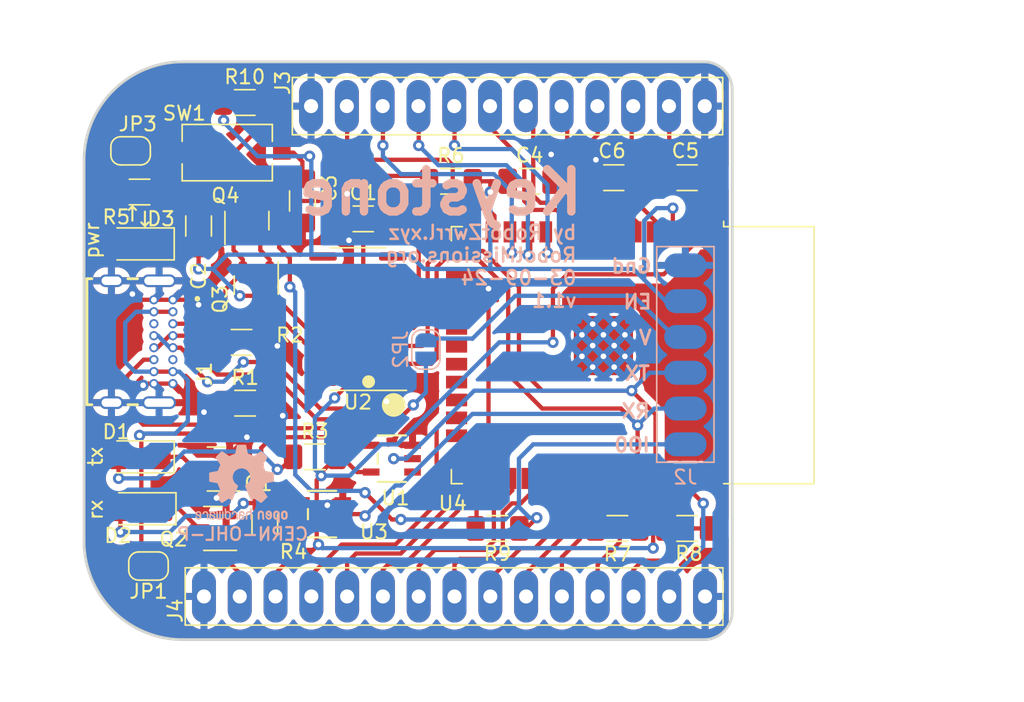
<source format=kicad_pcb>
(kicad_pcb (version 20240108) (generator "pcbnew") (generator_version "8.0")
  (layers (0 "F.Cu" signal) (31 "B.Cu" signal) (34 "B.Paste" user) (35 "F.Paste" user) (36 "B.SilkS" user "B.Silkscreen") (37 "F.SilkS" user "F.Silkscreen") (38 "B.Mask" user) (39 "F.Mask" user) (44 "Edge.Cuts" user))
  (net 0 "")
  (net 1 "Net-(U2-V3)")
  (net 2 "GND")
  (net 3 "VCC")
  (net 4 "Net-(J2-Pin_4)")
  (net 5 "Net-(D1-K)")
  (net 6 "Net-(D1-A)")
  (net 7 "Net-(D2-K)")
  (net 8 "Net-(D2-A)")
  (net 9 "VBUS")
  (net 10 "Net-(J1-CC1)")
  (net 11 "Net-(J1-DP1)")
  (net 12 "Net-(J1-DN1)")
  (net 14 "Net-(J1-CC2)")
  (net 16 "/IO0")
  (net 17 "/RX")
  (net 18 "/TX")
  (net 19 "/DTR")
  (net 20 "/RTS")
  (net 21 "Net-(U4-IO0)")
  (net 29 "/IO36")
  (net 30 "/IO39")
  (net 31 "/IO34")
  (net 32 "/IO35")
  (net 33 "/IO32")
  (net 34 "/IO33")
  (net 35 "/IO25")
  (net 36 "/IO26")
  (net 37 "/IO27")
  (net 38 "/IO14")
  (net 40 "/IO13")
  (net 47 "/IO15")
  (net 49 "/IO4")
  (net 50 "/IO16")
  (net 51 "/IO17")
  (net 52 "/IO5")
  (net 53 "/IO18")
  (net 54 "/IO19")
  (net 56 "/IO21")
  (net 57 "/IO22")
  (net 58 "/IO23")
  (net 59 "Net-(D3-A)")
  (net 60 "Net-(JP3-B)")
  (net 63 "Net-(Q1-G)")
  (net 64 "Net-(Q2-G)")
  (net 65 "/EN")
  (footprint "Resistor_SMD:R_1206_3216Metric_Pad1.30x1.75mm_HandSolder" (layer "F.Cu") (at 205.74 107.95)
    (property "Reference" "R9")
    (property "Value" "10k")
  )
  (footprint "Resistor_SMD:R_1206_3216Metric_Pad1.30x1.75mm_HandSolder" (layer "F.Cu") (at 192.786 102.87)
    (property "Reference" "R3")
    (property "Value" "1k")
  )
  (footprint "!RobotButterfly:Oval_1x12_P2.54mm" (layer "F.Cu") (at 220.452 77.978 -90)
    (property "Reference" "J3")
    (property "Value" "Conn_01x12_Socket")
  )
  (footprint "Package_SO:SOIC-16_3.9x9.9mm_P1.27mm" (layer "F.Cu") (at 195.834 93.091 180)
    (property "Reference" "U2")
    (property "Value" "CH340C")
  )
  (footprint "Button_Switch_SMD:SW_Tactile_SPST_NO_Straight_CK_PTS636Sx25SMTRLFS" (layer "F.Cu") (at 186.563 81.28)
    (property "Reference" "SW1")
    (property "Value" "SW_Push")
  )
  (footprint "!EK_Library:USBC_TH_2" (layer "F.Cu") (at 178.346 94.698 -90)
    (property "Reference" "J1")
    (property "Value" "USBC_TH_2")
  )
  (footprint "Capacitor_SMD:C_1206_3216Metric_Pad1.33x1.80mm_HandSolder" (layer "F.Cu") (at 196.215 85.979)
    (property "Reference" "C1")
    (property "Value" "0.1 uF")
  )
  (footprint "Jumper:SolderJumper-2_P1.3mm_Bridged_RoundedPad1.0x1.5mm" (layer "F.Cu") (at 179.705 81.153)
    (property "Reference" "JP3")
    (property "Value" "SolderJumper_2_Bridged")
  )
  (footprint "Resistor_SMD:R_1206_3216Metric_Pad1.30x1.75mm_HandSolder" (layer "F.Cu") (at 187.807 77.724)
    (property "Reference" "R10")
    (property "Value" "10k")
  )
  (footprint "!EK_Library:SN74AHC1G14DBVR" (layer "F.Cu") (at 193.294 106.934 180)
    (property "Reference" "U3")
    (property "Value" "SN74AHC1G14DBVR")
  )
  (footprint "Resistor_SMD:R_1206_3216Metric_Pad1.30x1.75mm_HandSolder" (layer "F.Cu") (at 189.23 107.696 -90)
    (property "Reference" "R4")
    (property "Value" "1k")
  )
  (footprint "Fiducial:Fiducial_1mm_Mask2mm" (layer "F.Cu") (at 183.515 76.581)
    (property "Reference" "FID2" (hide yes))
    (property "Value" "Fiducial")
  )
  (footprint "Fiducial:Fiducial_1mm_Mask2mm" (layer "F.Cu") (at 200.533 85.725)
    (property "Reference" "FID4" (hide yes))
    (property "Value" "Fiducial")
  )
  (footprint "Package_TO_SOT_SMD:SOT-23" (layer "F.Cu") (at 187.96 86.106 90)
    (property "Reference" "Q4")
    (property "Value" "AO3400A")
  )
  (footprint "Capacitor_SMD:C_1206_3216Metric_Pad1.33x1.80mm_HandSolder" (layer "F.Cu") (at 191.897 84.709 90)
    (property "Reference" "C3")
    (property "Value" "4.7 uF")
  )
  (footprint "Resistor_SMD:R_1206_3216Metric_Pad1.30x1.75mm_HandSolder" (layer "F.Cu") (at 202.438 83.312)
    (property "Reference" "R6")
    (property "Value" "10k")
  )
  (footprint "Fiducial:Fiducial_1mm_Mask2mm" (layer "F.Cu") (at 180.721 77.343)
    (property "Reference" "FID1" (hide yes))
    (property "Value" "Fiducial")
  )
  (footprint "!RobotButterfly:Oval_1x15_P2.54mm" (layer "F.Cu") (at 220.472 112.776 -90)
    (property "Reference" "J4")
    (property "Value" "Conn_01x15_Socket")
  )
  (footprint "Fiducial:Fiducial_1mm_Mask2mm" (layer "F.Cu") (at 194.183 81.661)
    (property "Reference" "FID3" (hide yes))
    (property "Value" "Fiducial")
  )
  (footprint "Capacitor_SMD:C_1206_3216Metric_Pad1.33x1.80mm_HandSolder" (layer "F.Cu") (at 213.995 83.058 180)
    (property "Reference" "C6")
    (property "Value" "0.1 uF")
  )
  (footprint "Resistor_SMD:R_1206_3216Metric_Pad1.30x1.75mm_HandSolder" (layer "F.Cu") (at 187.833 99.06)
    (property "Reference" "R1")
    (property "Value" "5.1k")
  )
  (footprint "Resistor_SMD:R_1206_3216Metric_Pad1.30x1.75mm_HandSolder" (layer "F.Cu") (at 214.249 107.95 180)
    (property "Reference" "R7")
    (property "Value" "4.7k")
  )
  (footprint "Package_TO_SOT_SMD:SOT-23" (layer "F.Cu") (at 188.6204 90.678 -90)
    (property "Reference" "Q3")
    (property "Value" "AO3400A")
  )
  (footprint "Capacitor_SMD:C_1206_3216Metric_Pad1.33x1.80mm_HandSolder" (layer "F.Cu") (at 184.531 86.487 90)
    (property "Reference" "C2")
    (property "Value" "1 uF")
  )
  (footprint "Resistor_SMD:R_1206_3216Metric_Pad1.30x1.75mm_HandSolder" (layer "F.Cu") (at 187.579 94.742)
    (property "Reference" "R2")
    (property "Value" "5.1k")
  )
  (footprint "LED_SMD:LED_1206_3216Metric_Pad1.42x1.75mm_HandSolder" (layer "F.Cu") (at 180.34 87.757 180)
    (property "Reference" "D3")
    (property "Value" "LED")
  )
  (footprint "Resistor_SMD:R_1206_3216Metric_Pad1.30x1.75mm_HandSolder" (layer "F.Cu") (at 219.202 107.95)
    (property "Reference" "R8")
    (property "Value" "4.7k")
  )
  (footprint "Package_TO_SOT_SMD:SOT-23" (layer "F.Cu") (at 185.547 107.95 180)
    (property "Reference" "Q2")
    (property "Value" "BSS138")
  )
  (footprint "RF_Module:ESP32-WROOM-32" (layer "F.Cu") (at 212.349 95.653 -90)
    (property "Reference" "U4")
    (property "Value" "ESP32-WROOM-32")
  )
  (footprint "Jumper:SolderJumper-2_P1.3mm_Bridged_RoundedPad1.0x1.5mm" (layer "F.Cu") (at 180.975 110.617 180)
    (property "Reference" "JP1")
    (property "Value" "SolderJumper_2_Bridged")
  )
  (footprint "!EK_Library:SN74AHC1G14DBVR" (layer "F.Cu") (at 198.247 102.997 180)
    (property "Reference" "U1")
    (property "Value" "SN74AHC1G14DBVR")
  )
  (footprint "Resistor_SMD:R_1206_3216Metric_Pad1.30x1.75mm_HandSolder" (layer "F.Cu") (at 180.34 84.074)
    (property "Reference" "R5")
    (property "Value" "1k")
  )
  (footprint "Package_TO_SOT_SMD:SOT-23" (layer "F.Cu") (at 185.801 103.7336 180)
    (property "Reference" "Q1")
    (property "Value" "BSS138")
  )
  (footprint "Capacitor_SMD:C_1206_3216Metric_Pad1.33x1.80mm_HandSolder" (layer "F.Cu") (at 219.202 83.058)
    (property "Reference" "C5")
    (property "Value" "22 uF")
  )
  (footprint "Capacitor_SMD:C_1206_3216Metric_Pad1.33x1.80mm_HandSolder" (layer "F.Cu") (at 208.026 83.312)
    (property "Reference" "C4")
    (property "Value" "0.1 uF")
  )
  (footprint "LED_SMD:LED_1206_3216Metric_Pad1.42x1.75mm_HandSolder" (layer "F.Cu") (at 180.467 106.553 180)
    (property "Reference" "D2")
    (property "Value" "LED")
  )
  (footprint "LED_SMD:LED_1206_3216Metric_Pad1.42x1.75mm_HandSolder" (layer "F.Cu") (at 180.34 102.87 180)
    (property "Reference" "D1")
    (property "Value" "LED")
  )
  (footprint "Connector_PinHeader_2.54mm:PinHeader_1x06_P2.54mm_Vertical" (layer "B.Cu") (at 219.075 101.981)
    (property "Reference" "J2")
    (property "Value" "Conn_01x06_Socket")
  )
  (footprint "Jumper:SolderJumper-2_P1.3mm_Open_RoundedPad1.0x1.5mm" (layer "B.Cu") (at 200.66 95.25 -90)
    (property "Reference" "JP2")
    (property "Value" "SolderJumper_2_Open")
  )
  (footprint "Symbol:OSHW-Logo2_7.3x6mm_SilkScreen" (layer "B.Cu") (at 187.579 104.775 180)
    (property "Reference" "REF**" (hide yes))
    (property "Value" "OSHW-Logo2_7.3x6mm_SilkScreen" (hide yes))
  )
  (gr_line (start 179.832 85.09) (end 179.578 85.344) (stroke (width 0.15)) (layer "F.SilkS"))
  (gr_line (start 180.721 86.487) (end 180.975 86.233) (stroke (width 0.15)) (layer "F.SilkS"))
  (gr_circle (center 196.596 97.536) (end 196.977 97.536) (stroke (width 0.15)) (fill solid) (layer "F.SilkS"))
  (gr_line (start 180.721 85.471) (end 180.721 86.487) (stroke (width 0.15)) (layer "F.SilkS"))
  (gr_line (start 180.721 86.487) (end 180.467 86.233) (stroke (width 0.15)) (layer "F.SilkS"))
  (gr_line (start 179.832 85.09) (end 180.086 85.344) (stroke (width 0.15)) (layer "F.SilkS"))
  (gr_line (start 179.832 86.106) (end 179.832 85.09) (stroke (width 0.15)) (layer "F.SilkS"))
  (gr_circle (center 198.374 99.187) (end 199.136 99.187) (stroke (width 0.15)) (fill solid) (layer "F.SilkS"))
  (gr_arc (start 176.403 81.839004) (mid 178.453253 76.889255) (end 183.403002 74.839002) (stroke (width 0.2)) (layer "Edge.Cuts"))
  (gr_line (start 183.403002 115.839002) (end 220.403 115.839002) (stroke (width 0.2)) (layer "Edge.Cuts"))
  (gr_line (start 222.403 113.839002) (end 222.403 76.839002) (stroke (width 0.2)) (layer "Edge.Cuts"))
  (gr_line (start 176.403 81.839004) (end 176.403 108.839) (stroke (width 0.2)) (layer "Edge.Cuts"))
  (gr_line (start 220.403 74.839002) (end 183.403002 74.839002) (stroke (width 0.2)) (layer "Edge.Cuts"))
  (gr_arc (start 220.403 74.839002) (mid 221.817214 75.424788) (end 222.403 76.839002) (stroke (width 0.2)) (layer "Edge.Cuts"))
  (gr_arc (start 183.403002 115.839002) (mid 178.453253 113.788749) (end 176.403 108.839) (stroke (width 0.2)) (layer "Edge.Cuts"))
  (gr_arc (start 222.403 113.839002) (mid 221.817214 115.253216) (end 220.403 115.839002) (stroke (width 0.2)) (layer "Edge.Cuts"))
  (gr_text "CERN-OHL-P" (at 192.405 107.823 0) (layer "B.SilkS") (effects (font (size 0.9 0.9) (thickness 0.1625)) (justify left top mirror)))
  (gr_text "V" (at 216.789 94.996 0) (layer "B.SilkS") (effects (font (size 1 1) (thickness 0.2) (bold yes)) (justify left bottom mirror)))
  (gr_text "RX" (at 216.662 100.203 0) (layer "B.SilkS") (effects (font (size 1 1) (thickness 0.2) (bold yes)) (justify left bottom mirror)))
  (gr_text "IO0" (at 216.662 102.616 0) (layer "B.SilkS") (effects (font (size 1 1) (thickness 0.2) (bold yes)) (justify left bottom mirror)))
  (gr_text "EN" (at 216.789 92.456 0) (layer "B.SilkS") (effects (font (size 1 1) (thickness 0.2) (bold yes)) (justify left bottom mirror)))
  (gr_text "Keystone" (at 212.09 85.852 0) (layer "B.SilkS") (effects (font (size 3 3) (thickness 0.6) (bold yes)) (justify left bottom mirror)))
  (gr_text "TX" (at 216.662 97.536 0) (layer "B.SilkS") (effects (font (size 1 1) (thickness 0.2) (bold yes)) (justify left bottom mirror)))
  (gr_text "by RobotZwrrl.xyz\nRobotMissions.org\n03-09-24\nv1.1" (at 211.455 86.36 0) (layer "B.SilkS") (effects (font (size 1 1) (thickness 0.18) (bold yes)) (justify left top mirror)))
  (gr_text "Gnd" (at 216.789 89.916 0) (layer "B.SilkS") (effects (font (size 1 1) (thickness 0.2) (bold yes)) (justify left bottom mirror)))
  (gr_text "tx" (at 177.8 103.632 90) (layer "F.SilkS") (effects (font (size 1 1)) (justify left bottom)))
  (gr_text "pwr" (at 177.546 88.9 90) (layer "F.SilkS") (effects (font (size 1 1)) (justify left bottom)))
  (gr_text "rx" (at 177.8 107.442 90) (layer "F.SilkS") (effects (font (size 1 1)) (justify left bottom)))
  (segment (start 200.152 87.376) (end 200.152 93.345) (width 0.3048) (layer "F.Cu") (net 1))
  (segment (start 198.755 85.979) (end 200.152 87.376) (width 0.3048) (layer "F.Cu") (net 1))
  (segment (start 197.7775 85.979) (end 198.755 85.979) (width 0.3048) (layer "F.Cu") (net 1))
  (segment (start 200.152 93.345) (end 199.771 93.726) (width 0.3048) (layer "F.Cu") (net 1))
  (segment (start 199.771 93.726) (end 198.309 93.726) (width 0.3048) (layer "F.Cu") (net 1))
  (segment (start 180.711 97.673) (end 180.594 97.79) (width 0.3048) (layer "F.Cu") (net 2))
  (segment (start 184.179 91.723) (end 184.531 92.075) (width 0.3048) (layer "F.Cu") (net 2))
  (segment (start 193.6654 106.299) (end 193.802 106.299) (width 0.3048) (layer "F.Cu") (net 2))
  (segment (start 184.785 99.695) (end 184.912 99.695) (width 0.3048) (layer "F.Cu") (net 2))
  (segment (start 194.6525 86.9565) (end 195.199 87.503) (width 0.3048) (layer "F.Cu") (net 2))
  (segment (start 181.356 97.673) (end 180.711 97.673) (width 0.3048) (layer "F.Cu") (net 2))
  (segment (start 209.5885 83.312) (end 209.5885 81.4455) (width 0.3048) (layer "F.Cu") (net 2))
  (segment (start 182.706 91.723) (end 184.179 91.723) (width 0.3048) (layer "F.Cu") (net 2))
  (segment (start 204.116 89.943) (end 203.006 89.943) (width 0.3048) (layer "F.Cu") (net 2))
  (segment (start 186.7385 102.7836) (end 186.7385 102.6945) (width 0.3048) (layer "F.Cu") (net 2))
  (segment (start 198.309 97.536) (end 197.866 97.979) (width 0.3048) (layer "F.Cu") (net 2))
  (segment (start 209.5885 81.4455) (end 209.55 81.407) (width 0.3048) (layer "F.Cu") (net 2))
  (segment (start 194.117001 105.983999) (end 194.76085 105.983999) (width 0.3048) (layer "F.Cu") (net 2))
  (segment (start 189.611 99.06) (end 189.383 99.06) (width 0.3048) (layer "F.Cu") (net 2))
  (segment (start 181.356 97.673) (end 182.706 97.673) (width 0.3048) (layer "F.Cu") (net 2))
  (segment (start 186.4845 106.4745) (end 185.801 105.791) (width 0.3048) (layer "F.Cu") (net 2))
  (segment (start 205.105 90.932) (end 204.116 89.943) (width 0.3048) (layer "F.Cu") (net 2))
  (segment (start 181.356 91.723) (end 180.242 91.723) (width 0.3048) (layer "F.Cu") (net 2))
  (segment (start 190.5 99.949) (end 189.611 99.06) (width 0.3048) (layer "F.Cu") (net 2))
  (segment (start 194.6525 84.6205) (end 195.072 84.201) (width 0.3048) (layer "F.Cu") (net 2))
  (segment (start 180.242 91.723) (end 179.832 91.313) (width 0.3048) (layer "F.Cu") (net 2))
  (segment (start 194.6525 85.979) (end 194.6525 84.6205) (width 0.3048) (layer "F.Cu") (net 2))
  (segment (start 184.728 99.695) (end 182.706 97.673) (width 0.3048) (layer "F.Cu") (net 2))
  (segment (start 186.4845 107) (end 186.4845 106.4745) (width 0.3048) (layer "F.Cu") (net 2))
  (segment (start 189.865 94.742) (end 190.119 94.996) (width 0.3048) (layer "F.Cu") (net 2))
  (segment (start 184.912 99.695) (end 184.728 99.695) (width 0.3048) (layer "F.Cu") (net 2))
  (segment (start 212.725 81.788) (end 212.725 82.119) (width 0.3048) (layer "F.Cu") (net 2))
  (segment (start 194.6525 85.979) (end 194.6525 86.9565) (width 0.3048) (layer "F.Cu") (net 2))
  (segment (start 212.725 82.119) (end 212.4325 82.4115) (width 0.3048) (layer "F.Cu") (net 2))
  (segment (start 212.4325 82.4115) (end 212.4325 83.058) (width 0.3048) (layer "F.Cu") (net 2))
  (segment (start 186.7385 102.6945) (end 187.96 101.473) (width 0.3048) (layer "F.Cu") (net 2))
  (segment (start 189.129 94.742) (end 189.865 94.742) (width 0.3048) (layer "F.Cu") (net 2))
  (segment (start 181.356 91.723) (end 182.706 91.723) (width 0.3048) (layer "F.Cu") (net 2))
  (segment (start 197.866 97.979) (end 197.866 98.933) (width 0.3048) (layer "F.Cu") (net 2))
  (segment (start 193.802 106.299) (end 194.117001 105.983999) (width 0.3048) (layer "F.Cu") (net 2))
  (via (at 187.96 101.473) (size 0.8) (drill 0.4) (layers "F.Cu" "B.Cu") (net 2))
  (via (at 195.072 84.201) (size 0.8) (drill 0.4) (layers "F.Cu" "B.Cu") (net 2))
  (via (at 193.6654 106.299) (size 0.8) (drill 0.4) (layers "F.Cu" "B.Cu") (net 2))
  (via (at 195.199 87.503) (size 0.8) (drill 0.4) (layers "F.Cu" "B.Cu") (net 2))
  (via (at 190.119 94.996) (size 0.8) (drill 0.4) (layers "F.Cu" "B.Cu") (net 2))
  (via (at 184.912 99.695) (size 0.8) (drill 0.4) (layers "F.Cu" "B.Cu") (net 2))
  (via (at 184.531 92.075) (size 0.8) (drill 0.4) (layers "F.Cu" "B.Cu") (net 2))
  (via (at 212.725 81.788) (size 0.8) (drill 0.4) (layers "F.Cu" "B.Cu") (net 2))
  (via (at 180.594 97.79) (size 0.8) (drill 0.4) (layers "F.Cu" "B.Cu") (net 2))
  (via (at 209.55 81.407) (size 0.8) (drill 0.4) (layers "F.Cu" "B.Cu") (net 2))
  (via (at 197.866 98.933) (size 0.8) (drill 0.4) (layers "F.Cu" "B.Cu") (net 2))
  (via (at 205.105 90.932) (size 0.8) (drill 0.4) (layers "F.Cu" "B.Cu") (net 2))
  (via (at 185.801 105.791) (size 0.8) (drill 0.4) (layers "F.Cu" "B.Cu") (net 2))
  (via (at 179.832 91.313) (size 0.8) (drill 0.4) (layers "F.Cu" "B.Cu") (net 2))
  (via (at 190.5 99.949) (size 0.8) (drill 0.4) (layers "F.Cu" "B.Cu") (net 2))
  (segment (start 195.199 97.663) (end 195.199 97.536) (width 0.3048) (layer "F.Cu") (net 3))
  (segment (start 216.789 107.95) (end 217.17 107.95) (width 0.3048) (layer "F.Cu") (net 3))
  (segment (start 217.17 107.95) (end 217.652 107.95) (width 0.3048) (layer "F.Cu") (net 3))
  (segment (start 216.789 109.347) (end 216.789 107.95) (width 0.3048) (layer "F.Cu") (net 3))
  (segment (start 193.04 109.093) (end 192.659 109.474) (width 0.3048) (layer "F.Cu") (net 3))
  (segment (start 215.5575 83.058) (end 217.6395 83.058) (width 0.3048) (layer "F.Cu") (net 3))
  (segment (start 194.183 98.679) (end 195.199 97.663) (width 0.3048) (layer "F.Cu") (net 3))
  (segment (start 192.024 110.109) (end 191.008 110.109) (width 0.3048) (layer "F.Cu") (net 3))
  (segment (start 190.33815 109.246) (end 190.940075 108.644075) (width 0.3048) (layer "F.Cu") (net 3))
  (segment (start 185.039 79.502) (end 186.944 81.407) (width 0.3048) (layer "F.Cu") (net 3))
  (segment (start 193.2305 104.2035) (end 193.2305 103.9755) (width 0.3048) (layer "F.Cu") (net 3))
  (segment (start 193.04 109.093) (end 192.913 108.966) (width 0.3048) (layer "F.Cu") (net 3))
  (segment (start 219.496 87.9578) (end 219.496 84.9145) (width 0.3048) (layer "F.Cu") (net 3))
  (segment (start 190.940075 108.644075) (end 191.700149 107.884001) (width 0.3048) (layer "F.Cu") (net 3))
  (segment (start 179.055 81.153) (end 179.055 80.025) (width 0.3048) (layer "F.Cu") (net 3))
  (segment (start 179.055 80.025) (end 179.578 79.502) (width 0.3048) (layer "F.Cu") (net 3))
  (segment (start 193.2305 103.9755) (end 194.336 102.87) (width 0.3048) (layer "F.Cu") (net 3))
  (segment (start 191.77 109.474) (end 190.940075 108.644075) (width 0.3048) (layer "F.Cu") (net 3))
  (segment (start 179.578 79.502) (end 185.039 79.502) (width 0.3048) (layer "F.Cu") (net 3))
  (segment (start 189.992 111.125) (end 189.992 112.776) (width 0.3048) (layer "F.Cu") (net 3))
  (segment (start 217.5378 89.916) (end 219.496 87.9578) (width 0.3048) (layer "F.Cu") (net 3))
  (segment (start 191.008 110.109) (end 189.992 111.125) (width 0.3048) (layer "F.Cu") (net 3))
  (segment (start 186.944 81.407) (end 190.246 84.709) (width 0.3048) (layer "F.Cu") (net 3))
  (segment (start 193.359 97.536) (end 195.199 97.536) (width 0.3048) (layer "F.Cu") (net 3))
  (segment (start 196.215 84.709) (end 196.215 90.805) (width 0.3048) (layer "F.Cu") (net 3))
  (segment (start 189.357 78.994) (end 189.357 77.724) (width 0.3048) (layer "F.Cu") (net 3))
  (segment (start 191.700149 107.884001) (end 191.82715 107.884001) (width 0.3048) (layer "F.Cu") (net 3))
  (segment (start 194.691 102.87) (end 194.336 102.87) (width 0.3048) (layer "F.Cu") (net 3))
  (segment (start 196.215 90.805) (end 195.199 91.821) (width 0.3048) (layer "F.Cu") (net 3))
  (segment (start 209.677 94.742) (end 209.677 90.932) (width 0.3048) (layer "F.Cu") (net 3))
  (segment (start 192.913 108.966) (end 192.913 104.521) (width 0.3048) (layer "F.Cu") (net 3))
  (segment (start 200.888 83.312) (end 200.507 82.931) (width 0.3048) (layer "F.Cu") (net 3))
  (segment (start 194.183 98.6886) (end 194.183 98.679) (width 0.3048) (layer "F.Cu") (net 3))
  (segment (start 179.055 81.153) (end 178.999 81.209) (width 0.3048) (layer "F.Cu") (net 3))
  (segment (start 189.23 109.246) (end 190.33815 109.246) (width 0.3048) (layer "F.Cu") (net 3))
  (segment (start 219.496 84.9145) (end 217.6395 83.058) (width 0.3048) (layer "F.Cu") (net 3))
  (segment (start 200.507 82.931) (end 197.993 82.931) (width 0.3048) (layer "F.Cu") (net 3))
  (segment (start 196.78015 103.947001) (end 195.768001 103.947001) (width 0.3048) (layer "F.Cu") (net 3))
  (segment (start 215.799 107.95) (end 217.17 107.95) (width 0.3048) (layer "F.Cu") (net 3))
  (segment (start 186.944 81.407) (end 189.357 78.994) (width 0.3048) (layer "F.Cu") (net 3))
  (segment (start 192.913 104.521) (end 193.2305 104.2035) (width 0.3048) (layer "F.Cu") (net 3))
  (segment (start 192.659 109.474) (end 191.77 109.474) (width 0.3048) (layer "F.Cu") (net 3))
  (segment (start 193.04 84.709) (end 194.818 82.931) (width 0.3048) (layer "F.Cu") (net 3))
  (segment (start 197.993 82.931) (end 196.215 84.709) (width 0.3048) (layer "F.Cu") (net 3))
  (segment (start 209.677 90.932) (end 210.693 89.916) (width 0.3048) (layer "F.Cu") (net 3))
  (segment (start 194.818 82.931) (end 197.993 82.931) (width 0.3048) (layer "F.Cu") (net 3))
  (segment (start 195.768001 103.947001) (end 194.691 102.87) (width 0.3048) (layer "F.Cu") (net 3))
  (segment (start 190.246 84.709) (end 193.04 84.709) (width 0.3048) (layer "F.Cu") (net 3))
  (segment (start 195.199 91.821) (end 195.199 97.536) (width 0.3048) (layer "F.Cu") (net 3))
  (segment (start 210.693 89.916) (end 217.5378 89.916) (width 0.3048) (layer "F.Cu") (net 3))
  (segment (start 193.04 109.093) (end 192.024 110.109) (width 0.3048) (layer "F.Cu") (net 3))
  (via (at 216.789 109.347) (size 0.8) (drill 0.4) (layers "F.Cu" "B.Cu") (net 3))
  (via (at 194.183 98.6886) (size 0.8) (drill 0.4) (layers "F.Cu" "B.Cu") (net 3))
  (via (at 193.2305 104.2035) (size 0.8) (drill 0.4) (layers "F.Cu" "B.Cu") (net 3))
  (via (at 193.04 109.093) (size 0.8) (drill 0.4) (layers "F.Cu" "B.Cu") (net 3))
  (via (at 209.677 94.742) (size 0.8) (drill 0.4) (layers "F.Cu" "B.Cu") (net 3))
  (segment (start 193.2305 104.2035) (end 195.2625 104.2035) (width 0.3048) (layer "B.Cu") (net 3))
  (segment (start 205.867 94.742) (end 209.677 94.742) (width 0.3048) (layer "B.Cu") (net 3))
  (segment (start 197.485 101.981) (end 198.628 101.981) (width 0.3048) (layer "B.Cu") (net 3))
  (segment (start 193.2305 104.2035) (end 192.786 103.759) (width 0.3048) (layer "B.Cu") (net 3))
  (segment (start 192.786 100.0856) (end 194.183 98.6886) (width 0.3048) (layer "B.Cu") (net 3))
  (segment (start 195.2625 104.2035) (end 197.485 101.981) (width 0.3048) (layer "B.Cu") (net 3))
  (segment (start 193.294 109.347) (end 193.04 109.093) (width 0.3048) (layer "B.Cu") (net 3))
  (segment (start 198.628 101.981) (end 205.867 94.742) (width 0.3048) (layer "B.Cu") (net 3))
  (segment (start 192.786 103.759) (end 192.786 100.0856) (width 0.3048) (layer "B.Cu") (net 3))
  (segment (start 216.789 109.347) (end 193.294 109.347) (width 0.3048) (layer "B.Cu") (net 3))
  (segment (start 200.787 94.473) (end 203.947 94.473) (width 0.3048) (layer "B.Cu") (net 4))
  (segment (start 215.392 91.44) (end 218.313 94.361) (width 0.3048) (layer "B.Cu") (net 4))
  (segment (start 218.313 94.361) (end 219.075 94.361) (width 0.3048) (layer "B.Cu") (net 4))
  (segment (start 203.962 94.488) (end 207.01 91.44) (width 0.3048) (layer "B.Cu") (net 4))
  (segment (start 207.01 91.44) (end 215.392 91.44) (width 0.3048) (layer "B.Cu") (net 4))
  (segment (start 200.66 94.6) (end 200.787 94.473) (width 0.3048) (layer "B.Cu") (net 4))
  (segment (start 203.947 94.473) (end 203.962 94.488) (width 0.3048) (layer "B.Cu") (net 4))
  (segment (start 184.2516 103.7336) (end 183.388 102.87) (width 0.3048) (layer "F.Cu") (net 5))
  (segment (start 184.8635 103.7336) (end 184.2516 103.7336) (width 0.3048) (layer "F.Cu") (net 5))
  (segment (start 183.388 102.87) (end 181.8275 102.87) (width 0.3048) (layer "F.Cu") (net 5))
  (segment (start 190.119 103.759) (end 190.347 103.759) (width 0.3048) (layer "F.Cu") (net 6))
  (segment (start 190.347 103.759) (end 191.236 102.87) (width 0.3048) (layer "F.Cu") (net 6))
  (segment (start 178.8525 104.394) (end 178.8525 102.87) (width 0.3048) (layer "F.Cu") (net 6))
  (via (at 178.8525 104.394) (size 0.8) (drill 0.4) (layers "F.Cu" "B.Cu") (net 6))
  (via (at 190.119 103.759) (size 0.8) (drill 0.4) (layers "F.Cu" "B.Cu") (net 6))
  (segment (start 190.119 103.759) (end 188.849 102.489) (width 0.3048) (layer "B.Cu") (net 6))
  (segment (start 183.515 102.489) (end 181.61 104.394) (width 0.3048) (layer "B.Cu") (net 6))
  (segment (start 188.849 102.489) (end 183.515 102.489) (width 0.3048) (layer "B.Cu") (net 6))
  (segment (start 181.61 104.394) (end 178.8525 104.394) (width 0.3048) (layer "B.Cu") (net 6))
  (segment (start 184.531 107.95) (end 183.134 106.553) (width 0.3048) (layer "F.Cu") (net 7))
  (segment (start 183.134 106.553) (end 181.9545 106.553) (width 0.3048) (layer "F.Cu") (net 7))
  (segment (start 184.6095 107.95) (end 184.531 107.95) (width 0.3048) (layer "F.Cu") (net 7))
  (segment (start 189.23 106.146) (end 187.732 106.146) (width 0.3048) (layer "F.Cu") (net 8))
  (segment (start 187.732 106.146) (end 187.706 106.172) (width 0.3048) (layer "F.Cu") (net 8))
  (segment (start 178.9795 108.204) (end 178.9795 106.553) (width 0.3048) (layer "F.Cu") (net 8))
  (via (at 187.706 106.172) (size 0.8) (drill 0.4) (layers "F.Cu" "B.Cu") (net 8))
  (via (at 178.9795 108.204) (size 0.8) (drill 0.4) (layers "F.Cu" "B.Cu") (net 8))
  (segment (start 187.706 106.172) (end 186.817 107.061) (width 0.3048) (layer "B.Cu") (net 8))
  (segment (start 182.499 108.204) (end 178.9795 108.204) (width 0.3048) (layer "B.Cu") (net 8))
  (segment (start 183.642 107.061) (end 182.499 108.204) (width 0.3048) (layer "B.Cu") (net 8))
  (segment (start 186.817 107.061) (end 183.642 107.061) (width 0.3048) (layer "B.Cu") (net 8))
  (segment (start 182.706 96.823) (end 181.356 96.823) (width 0.3048) (layer "F.Cu") (net 9))
  (segment (start 181.356 92.573) (end 182.706 92.573) (width 0.3048) (layer "F.Cu") (net 9))
  (segment (start 180.467 110.475) (end 180.467 101.473) (width 0.3048) (layer "F.Cu") (net 9))
  (segment (start 186.309 109.982) (end 187.452 111.125) (width 0.3048) (layer "F.Cu") (net 9))
  (segment (start 189.357 100.838) (end 198.12 100.838) (width 0.3048) (layer "F.Cu") (net 9))
  (segment (start 189.103 100.584) (end 189.357 100.838) (width 0.3048) (layer "F.Cu") (net 9))
  (segment (start 181.625 110.617) (end 182.26 109.982) (width 0.3048) (layer "F.Cu") (net 9))
  (segment (start 187.452 111.125) (end 187.452 112.776) (width 0.3048) (layer "F.Cu") (net 9))
  (segment (start 186.182 101.219) (end 186.817 100.584) (width 0.3048) (layer "F.Cu") (net 9))
  (segment (start 180.34 101.346) (end 180.467 101.219) (width 0.3048) (layer "F.Cu") (net 9))
  (segment (start 180.325 110.617) (end 181.625 110.617) (width 0.3048) (layer "F.Cu") (net 9))
  (segment (start 180.34 101.1555) (end 180.34 101.346) (width 0.3048) (layer "F.Cu") (net 9))
  (segment (start 180.467 101.473) (end 180.34 101.346) (width 0.3048) (layer "F.Cu") (net 9))
  (segment (start 180.325 110.617) (end 180.467 110.475) (width 0.3048) (layer "F.Cu") (net 9))
  (segment (start 186.817 100.584) (end 189.103 100.584) (width 0.3048) (layer "F.Cu") (net 9))
  (segment (start 182.26 109.982) (end 186.309 109.982) (width 0.3048) (layer "F.Cu") (net 9))
  (segment (start 180.467 101.219) (end 186.182 101.219) (width 0.3048) (layer "F.Cu") (net 9))
  (segment (start 198.12 100.838) (end 199.771 99.187) (width 0.3048) (layer "F.Cu") (net 9))
  (via (at 180.34 101.346) (size 0.8) (drill 0.4) (layers "F.Cu" "B.Cu") (net 9))
  (via (at 199.771 99.187) (size 0.8) (drill 0.4) (layers "F.Cu" "B.Cu") (net 9))
  (segment (start 180.008 96.823) (end 179.324 96.139) (width 0.3048) (layer "B.Cu") (net 9))
  (segment (start 179.324 93.345) (end 180.096 92.573) (width 0.3048) (layer "B.Cu") (net 9))
  (segment (start 182.88 101.219) (end 180.467 101.219) (width 0.3048) (layer "B.Cu") (net 9))
  (segment (start 200.66 98.298) (end 200.66 95.9) (width 0.3048) (layer "B.Cu") (net 9))
  (segment (start 180.467 101.219) (end 180.34 101.346) (width 0.3048) (layer "B.Cu") (net 9))
  (segment (start 179.324 96.139) (end 179.324 93.345) (width 0.3048) (layer "B.Cu") (net 9))
  (segment (start 180.096 92.573) (end 181.356 92.573) (width 0.3048) (layer "B.Cu") (net 9))
  (segment (start 183.769 97.426381) (end 183.769 100.33) (width 0.3048) (layer "B.Cu") (net 9))
  (segment (start 183.165619 96.823) (end 183.769 97.426381) (width 0.3048) (layer "B.Cu") (net 9))
  (segment (start 182.706 96.823) (end 183.165619 96.823) (width 0.3048) (layer "B.Cu") (net 9))
  (segment (start 183.769 100.33) (end 182.88 101.219) (width 0.3048) (layer "B.Cu") (net 9))
  (segment (start 199.771 99.187) (end 200.66 98.298) (width 0.3048) (layer "B.Cu") (net 9))
  (segment (start 181.356 96.823) (end 180.008 96.823) (width 0.3048) (layer "B.Cu") (net 9))
  (segment (start 186.029 94.742) (end 185.928 94.742) (width 0.3048) (layer "F.Cu") (net 10))
  (segment (start 185.928 94.742) (end 184.609 93.423) (width 0.3048) (layer "F.Cu") (net 10))
  (segment (start 184.609 93.423) (end 182.706 93.423) (width 0.3048) (layer "F.Cu") (net 10))
  (segment (start 181.61 95.123) (end 181.356 95.123) (width 0.3048) (layer "F.Cu") (net 11))
  (segment (start 196.596 99.187) (end 195.58 100.203) (width 0.3048) (layer "F.Cu") (net 11))
  (segment (start 189.738 97.028) (end 185.8645 97.028) (width 0.3048) (layer "F.Cu") (net 11))
  (segment (start 198.309 92.456) (end 196.977 92.456) (width 0.3048) (layer "F.Cu") (net 11))
  (segment (start 196.596 92.837) (end 196.596 99.187) (width 0.3048) (layer "F.Cu") (net 11))
  (segment (start 184.77148 95.93498) (end 184.77148 95.10948) (width 0.3048) (layer "F.Cu") (net 11))
  (segment (start 183.935 94.273) (end 182.706 94.273) (width 0.3048) (layer "F.Cu") (net 11))
  (segment (start 195.58 100.203) (end 192.913 100.203) (width 0.3048) (layer "F.Cu") (net 11))
  (segment (start 184.77148 95.10948) (end 183.935 94.273) (width 0.3048) (layer "F.Cu") (net 11))
  (segment (start 192.913 100.203) (end 189.738 97.028) (width 0.3048) (layer "F.Cu") (net 11))
  (segment (start 196.977 92.456) (end 196.596 92.837) (width 0.3048) (layer "F.Cu") (net 11))
  (segment (start 182.46 94.273) (end 181.61 95.123) (width 0.3048) (layer "F.Cu") (net 11))
  (segment (start 182.706 94.273) (end 182.46 94.273) (width 0.3048) (layer "F.Cu") (net 11))
  (segment (start 185.8645 97.028) (end 184.77148 95.93498) (width 0.3048) (layer "F.Cu") (net 11))
  (segment (start 185.166 97.536) (end 184.023 96.393) (width 0.3048) (layer "F.Cu") (net 12))
  (segment (start 193.167 99.441) (end 194.945 99.441) (width 0.3048) (layer "F.Cu") (net 12))
  (segment (start 183.261 95.123) (end 182.706 95.123) (width 0.3048) (layer "F.Cu") (net 12))
  (segment (start 195.961 92.202) (end 196.977 91.186) (width 0.3048) (layer "F.Cu") (net 12))
  (segment (start 189.865 96.139) (end 193.167 99.441) (width 0.3048) (layer "F.Cu") (net 12))
  (segment (start 187.706 96.139) (end 189.865 96.139) (width 0.3048) (layer "F.Cu") (net 12))
  (segment (start 184.023 95.885) (end 183.261 95.123) (width 0.3048) (layer "F.Cu") (net 12))
  (segment (start 196.977 91.186) (end 198.309 91.186) (width 0.3048) (layer "F.Cu") (net 12))
  (segment (start 184.023 96.393) (end 184.023 95.885) (width 0.3048) (layer "F.Cu") (net 12))
  (segment (start 194.945 99.441) (end 195.961 98.425) (width 0.3048) (layer "F.Cu") (net 12))
  (segment (start 195.961 98.425) (end 195.961 92.202) (width 0.3048) (layer "F.Cu") (net 12))
  (via (at 185.166 97.536) (size 0.8) (drill 0.4) (layers "F.Cu" "B.Cu") (net 12))
  (via (at 187.706 96.139) (size 0.8) (drill 0.4) (layers "F.Cu" "B.Cu") (net 12))
  (segment (start 182.499 95.123) (end 182.706 95.123) (width 0.3048) (layer "B.Cu") (net 12))
  (segment (start 185.166 97.536) (end 186.309 97.536) (width 0.3048) (layer "B.Cu") (net 12))
  (segment (start 181.356 94.273) (end 181.649 94.273) (width 0.3048) (layer "B.Cu") (net 12))
  (segment (start 181.649 94.273) (end 182.499 95.123) (width 0.3048) (layer "B.Cu") (net 12))
  (segment (start 186.309 97.536) (end 187.706 96.139) (width 0.3048) (layer "B.Cu") (net 12))
  (segment (start 179.832 98.425) (end 179.451 98.044) (width 0.3048) (layer "F.Cu") (net 14))
  (segment (start 180.633 95.973) (end 181.356 95.973) (width 0.3048) (layer "F.Cu") (net 14))
  (segment (start 179.451 98.044) (end 179.451 97.155) (width 0.3048) (layer "F.Cu") (net 14))
  (segment (start 186.283 99.848) (end 185.547 100.584) (width 0.3048) (layer "F.Cu") (net 14))
  (segment (start 179.832 99.822) (end 179.832 98.425) (width 0.3048) (layer "F.Cu") (net 14))
  (segment (start 179.451 97.155) (end 180.633 95.973) (width 0.3048) (layer "F.Cu") (net 14))
  (segment (start 185.547 100.584) (end 180.594 100.584) (width 0.3048) (layer "F.Cu") (net 14))
  (segment (start 186.283 99.06) (end 186.283 99.848) (width 0.3048) (layer "F.Cu") (net 14))
  (segment (start 180.594 100.584) (end 179.832 99.822) (width 0.3048) (layer "F.Cu") (net 14))
  (segment (start 208.534 107.188) (end 207.772 107.95) (width 0.3048) (layer "F.Cu") (net 16))
  (segment (start 190.246 86.233) (end 189.1815 85.1685) (width 0.3048) (layer "F.Cu") (net 16))
  (segment (start 190.246 88.011) (end 190.246 86.233) (width 0.3048) (layer "F.Cu") (net 16))
  (segment (start 196.342 105.41) (end 198.247 107.315) (width 0.3048) (layer "F.Cu") (net 16))
  (segment (start 207.772 107.95) (end 207.29 107.95) (width 0.3048) (layer "F.Cu") (net 16))
  (segment (start 191.008 88.773) (end 190.246 88.011) (width 0.3048) (layer "F.Cu") (net 16))
  (segment (start 189.1815 85.1685) (end 187.96 85.1685) (width 0.3048) (layer "F.Cu") (net 16))
  (segment (start 191.008 90.805) (end 191.008 88.773) (width 0.3048) (layer "F.Cu") (net 16))
  (segment (start 198.247 107.315) (end 198.882 107.315) (width 0.3048) (layer "F.Cu") (net 16))
  (via (at 196.342 105.41) (size 0.8) (drill 0.4) (layers "F.Cu" "B.Cu") (net 16))
  (via (at 208.534 107.188) (size 0.8) (drill 0.4) (layers "F.Cu" "B.Cu") (net 16))
  (via (at 191.008 90.805) (size 0.8) (drill 0.4) (layers "F.Cu" "B.Cu") (net 16))
  (via (at 198.882 107.315) (size 0.8) (drill 0.4) (layers "F.Cu" "B.Cu") (net 16))
  (segment (start 191.389 91.186) (end 191.008 90.805) (width 0.3048) (layer "B.Cu") (net 16))
  (segment (start 206.274594 107.315) (end 207.150297 106.439297) (width 0.3048) (layer "B.Cu") (net 16))
  (segment (start 196.342 105.41) (end 196.215 105.283) (width 0.3048) (layer "B.Cu") (net 16))
  (segment (start 207.277297 106.439297) (end 207.150297 106.439297) (width 0.3048) (layer "B.Cu") (net 16))
  (segment (start 191.389 104.14) (end 191.389 91.186) (width 0.3048) (layer "B.Cu") (net 16))
  (segment (start 208.534 107.188) (end 208.026 107.188) (width 0.3048) (layer "B.Cu") (net 16))
  (segment (start 192.532 105.283) (end 191.389 104.14) (width 0.3048) (layer "B.Cu") (net 16))
  (segment (start 208.026 107.188) (end 207.277297 106.439297) (width 0.3048) (layer "B.Cu") (net 16))
  (segment (start 207.150297 106.439297) (end 207.264 106.325594) (width 0.3048) (layer "B.Cu") (net 16))
  (segment (start 196.215 105.283) (end 192.532 105.283) (width 0.3048) (layer "B.Cu") (net 16))
  (segment (start 198.882 107.315) (end 206.274594 107.315) (width 0.3048) (layer "B.Cu") (net 16))
  (segment (start 208.28 101.981) (end 219.075 101.981) (width 0.3048) (layer "B.Cu") (net 16))
  (segment (start 207.264 106.325594) (end 207.264 102.997) (width 0.3048) (layer "B.Cu") (net 16))
  (segment (start 207.264 102.997) (end 208.28 101.981) (width 0.3048) (layer "B.Cu") (net 16))
  (segment (start 201.041 96.266) (end 201.422 95.885) (width 0.3048) (layer "F.Cu") (net 17))
  (segment (start 206.502 90.9955) (end 206.502 97.028) (width 0.3048) (layer "F.Cu") (net 17))
  (segment (start 214.503 99.441) (end 215.686 100.624) (width 0.3048) (layer "F.Cu") (net 17))
  (segment (start 201.422 89.408) (end 202.057 88.773) (width 0.3048) (layer "F.Cu") (net 17))
  (segment (start 208.915 99.441) (end 214.503 99.441) (width 0.3048) (layer "F.Cu") (net 17))
  (segment (start 196.342 107.061) (end 196.215 106.934) (width 0.3048) (layer "F.Cu") (net 17))
  (segment (start 196.215 106.934) (end 194.76085 106.934) (width 0.3048) (layer "F.Cu") (net 17))
  (segment (start 201.422 95.885) (end 201.422 89.408) (width 0.3048) (layer "F.Cu") (net 17))
  (segment (start 206.502 97.028) (end 208.915 99.441) (width 0.3048) (layer "F.Cu") (net 17))
  (segment (start 198.309 96.266) (end 201.041 96.266) (width 0.3048) (layer "F.Cu") (net 17))
  (segment (start 215.686 100.624) (end 215.686 104.403) (width 0.3048) (layer "F.Cu") (net 17))
  (segment (start 204.2795 88.773) (end 206.502 90.9955) (width 0.3048) (layer "F.Cu") (net 17))
  (segment (start 202.057 88.773) (end 204.2795 88.773) (width 0.3048) (layer "F.Cu") (net 17))
  (via (at 215.686 100.624) (size 0.8) (drill 0.4) (layers "F.Cu" "B.Cu") (net 17))
  (via (at 196.342 107.061) (size 0.8) (drill 0.4) (layers "F.Cu" "B.Cu") (net 17))
  (segment (start 203.962 99.822) (end 214.884 99.822) (width 0.3048) (layer "B.Cu") (net 17))
  (segment (start 216.869 99.441) (end 219.075 99.441) (width 0.3048) (layer "B.Cu") (net 17))
  (segment (start 214.884 99.822) (end 215.686 100.624) (width 0.3048) (layer "B.Cu") (net 17))
  (segment (start 198.882 104.902) (end 203.962 99.822) (width 0.3048) (layer "B.Cu") (net 17))
  (segment (start 215.686 100.624) (end 216.869 99.441) (width 0.3048) (layer "B.Cu") (net 17))
  (segment (start 198.501 104.902) (end 198.882 104.902) (width 0.3048) (layer "B.Cu") (net 17))
  (segment (start 196.342 107.061) (end 198.501 104.902) (width 0.3048) (layer "B.Cu") (net 17))
  (segment (start 201.676 88.265) (end 204.724 88.265) (width 0.3048) (layer "F.Cu") (net 18))
  (segment (start 215.265 98.171) (end 216.956 99.862) (width 0.3048) (layer "F.Cu") (net 18))
  (segment (start 207.264 90.805) (end 207.264 96.52) (width 0.3048) (layer "F.Cu") (net 18))
  (segment (start 198.309 94.996) (end 200.406 94.996) (width 0.3048) (layer "F.Cu") (net 18))
  (segment (start 204.724 88.265) (end 207.264 90.805) (width 0.3048) (layer "F.Cu") (net 18))
  (segment (start 199.71385 102.997) (end 198.374 102.997) (width 0.3048) (layer "F.Cu") (net 18))
  (segment (start 200.787 94.615) (end 200.787 89.154) (width 0.3048) (layer "F.Cu") (net 18))
  (segment (start 208.915 98.171) (end 215.265 98.171) (width 0.3048) (layer "F.Cu") (net 18))
  (segment (start 200.406 94.996) (end 200.787 94.615) (width 0.3048) (layer "F.Cu") (net 18))
  (segment (start 216.956 99.862) (end 216.956 104.403) (width 0.3048) (layer "F.Cu") (net 18))
  (segment (start 207.264 96.52) (end 208.915 98.171) (width 0.3048) (layer "F.Cu") (net 18))
  (segment (start 200.787 89.154) (end 201.676 88.265) (width 0.3048) (layer "F.Cu") (net 18))
  (via (at 215.265 98.171) (size 0.8) (drill 0.4) (layers "F.Cu" "B.Cu") (net 18))
  (via (at 198.374 102.997) (size 0.8) (drill 0.4) (layers "F.Cu" "B.Cu") (net 18))
  (segment (start 198.374 102.997) (end 199.263 102.997) (width 0.3048) (layer "B.Cu") (net 18))
  (segment (start 204.089 98.171) (end 215.265 98.171) (width 0.3048) (layer "B.Cu") (net 18))
  (segment (start 199.263 102.997) (end 204.089 98.171) (width 0.3048) (layer "B.Cu") (net 18))
  (segment (start 215.265 98.171) (end 216.535 96.901) (width 0.3048) (layer "B.Cu") (net 18))
  (segment (start 216.535 96.901) (end 219.075 96.901) (width 0.3048) (layer "B.Cu") (net 18))
  (segment (start 189.5704 89.7405) (end 189.5704 91.12) (width 0.3048) (layer "F.Cu") (net 19))
  (segment (start 188.91 88.199) (end 189.5704 88.8594) (width 0.3048) (layer "F.Cu") (net 19))
  (segment (start 189.5704 88.8594) (end 189.5704 89.7405) (width 0.3048) (layer "F.Cu") (net 19))
  (segment (start 192.1764 93.726) (end 193.359 93.726) (width 0.3048) (layer "F.Cu") (net 19))
  (segment (start 189.5704 91.12) (end 192.1764 93.726) (width 0.3048) (layer "F.Cu") (net 19))
  (segment (start 188.91 87.0435) (end 188.91 88.199) (width 0.3048) (layer "F.Cu") (net 19))
  (segment (start 193.359 94.996) (end 192.278 94.996) (width 0.3048) (layer "F.Cu") (net 20))
  (segment (start 187.01 88.204) (end 187.01 87.0435) (width 0.3048) (layer "F.Cu") (net 20))
  (segment (start 190.373 93.091) (end 187.198 93.091) (width 0.3048) (layer "F.Cu") (net 20))
  (segment (start 192.278 94.996) (end 190.373 93.091) (width 0.3048) (layer "F.Cu") (net 20))
  (segment (start 187.6704 88.8644) (end 187.01 88.204) (width 0.3048) (layer "F.Cu") (net 20))
  (segment (start 187.198 93.091) (end 186.436 92.329) (width 0.3048) (layer "F.Cu") (net 20))
  (segment (start 186.436 90.9749) (end 187.6704 89.7405) (width 0.3048) (layer "F.Cu") (net 20))
  (segment (start 186.436 92.329) (end 186.436 90.9749) (width 0.3048) (layer "F.Cu") (net 20))
  (segment (start 187.6704 89.7405) (end 187.6704 88.8644) (width 0.3048) (layer "F.Cu") (net 20))
  (segment (start 204.256 107.884) (end 204.19 107.95) (width 0.3048) (layer "F.Cu") (net 21))
  (segment (start 204.256 104.403) (end 204.256 107.884) (width 0.3048) (layer "F.Cu") (net 21))
  (segment (start 216.956 86.146) (end 215.773 84.963) (width 0.3048) (layer "F.Cu") (net 29))
  (segment (start 214.249 82.184396) (end 214.899396 81.534) (width 0.3048) (layer "F.Cu") (net 29))
  (segment (start 214.899396 81.534) (end 217.424 81.534) (width 0.3048) (layer "F.Cu") (net 29))
  (segment (start 217.932 81.026) (end 217.932 79.121) (width 0.3048) (layer "F.Cu") (net 29))
  (segment (start 216.956 86.903) (end 216.956 86.146) (width 0.3048) (layer "F.Cu") (net 29))
  (segment (start 217.424 81.534) (end 217.932 81.026) (width 0.3048) (layer "F.Cu") (net 29))
  (segment (start 215.773 84.963) (end 215.089896 84.963) (width 0.3048) (layer "F.Cu") (net 29))
  (segment (start 214.249 84.122104) (end 214.249 82.184396) (width 0.3048) (layer "F.Cu") (net 29))
  (segment (start 215.089896 84.963) (end 214.249 84.122104) (width 0.3048) (layer "F.Cu") (net 29))
  (segment (start 213.741 84.328) (end 213.741 81.9785) (width 0.3048) (layer "F.Cu") (net 30))
  (segment (start 215.686 86.273) (end 213.741 84.328) (width 0.3048) (layer "F.Cu") (net 30))
  (segment (start 215.686 86.903) (end 215.686 86.273) (width 0.3048) (layer "F.Cu") (net 30))
  (segment (start 213.741 81.9785) (end 215.265 80.4545) (width 0.3048) (layer "F.Cu") (net 30))
  (segment (start 215.265 80.4545) (end 215.265 79.248) (width 0.3048) (layer "F.Cu") (net 30))
  (segment (start 215.265 79.248) (end 215.392 79.121) (width 0.3048) (layer "F.Cu") (net 30))
  (segment (start 211.1978 81.6642) (end 212.852 80.01) (width 0.3048) (layer "F.Cu") (net 31))
  (segment (start 214.416 86.903) (end 214.416 86.273) (width 0.3048) (layer "F.Cu") (net 31))
  (segment (start 212.852 80.01) (end 212.852 79.121) (width 0.3048) (layer "F.Cu") (net 31))
  (segment (start 213.106 84.963) (end 212.344 84.963) (width 0.3048) (layer "F.Cu") (net 31))
  (segment (start 214.416 86.273) (end 213.106 84.963) (width 0.3048) (layer "F.Cu") (net 31))
  (segment (start 212.344 84.963) (end 211.1978 83.8168) (width 0.3048) (layer "F.Cu") (net 31))
  (segment (start 211.1978 83.8168) (end 211.1978 81.6642) (width 0.3048) (layer "F.Cu") (net 31))
  (segment (start 210.693 79.502) (end 210.312 79.121) (width 0.3048) (layer "F.Cu") (net 32))
  (segment (start 212.217 85.598) (end 210.693 84.074) (width 0.3048) (layer "F.Cu") (net 32))
  (segment (start 210.693 84.074) (end 210.693 79.502) (width 0.3048) (layer "F.Cu") (net 32))
  (segment (start 213.146 86.903) (end 213.146 86.019) (width 0.3048) (layer "F.Cu") (net 32))
  (segment (start 213.146 86.019) (end 212.725 85.598) (width 0.3048) (layer "F.Cu") (net 32))
  (segment (start 212.725 85.598) (end 212.217 85.598) (width 0.3048) (layer "F.Cu") (net 32))
  (segment (start 211.876 86.903) (end 211.876 86.146) (width 0.3048) (layer "F.Cu") (net 33))
  (segment (start 208.788 84.836) (end 208.28 84.328) (width 0.3048) (layer "F.Cu") (net 33))
  (segment (start 208.28 79.629) (end 207.772 79.121) (width 0.3048) (layer "F.Cu") (net 33))
  (segment (start 211.876 86.146) (end 210.566 84.836) (width 0.3048) (layer "F.Cu") (net 33))
  (segment (start 210.566 84.836) (end 208.788 84.836) (width 0.3048) (layer "F.Cu") (net 33))
  (segment (start 208.28 84.328) (end 208.28 79.629) (width 0.3048) (layer "F.Cu") (net 33))
  (segment (start 207.645 84.709) (end 207.645 81.915) (width 0.3048) (layer "F.Cu") (net 34))
  (segment (start 205.232 79.502) (end 205.232 79.121) (width 0.3048) (layer "F.Cu") (net 34))
  (segment (start 210.606 86.019) (end 209.931 85.344) (width 0.3048) (layer "F.Cu") (net 34))
  (segment (start 210.606 86.903) (end 210.606 86.019) (width 0.3048) (layer "F.Cu") (net 34))
  (segment (start 207.645 81.915) (end 205.232 79.502) (width 0.3048) (layer "F.Cu") (net 34))
  (segment (start 209.931 85.344) (end 208.28 85.344) (width 0.3048) (layer "F.Cu") (net 34))
  (segment (start 208.28 85.344) (end 207.645 84.709) (width 0.3048) (layer "F.Cu") (net 34))
  (segment (start 202.692 80.772) (end 202.692 79.121) (width 0.3048) (layer "F.Cu") (net 35))
  (segment (start 209.336 86.903) (end 209.336 88.352) (width 0.3048) (layer "F.Cu") (net 35))
  (segment (start 209.336 88.352) (end 209.296 88.392) (width 0.3048) (layer "F.Cu") (net 35))
  (via (at 202.692 80.772) (size 0.8) (drill 0.4) (layers "F.Cu" "B.Cu") (net 35))
  (via (at 209.296 88.392) (size 0.8) (drill 0.4) (layers "F.Cu" "B.Cu") (net 35))
  (segment (start 209.296 83.566) (end 206.756 81.026) (width 0.3048) (layer "B.Cu") (net 35))
  (segment (start 206.756 81.026) (end 202.946 81.026) (width 0.3048) (layer "B.Cu") (net 35))
  (segment (start 209.296 88.392) (end 209.296 83.566) (width 0.3048) (layer "B.Cu") (net 35))
  (segment (start 202.946 81.026) (end 202.692 80.772) (width 0.3048) (layer "B.Cu") (net 35))
  (segment (start 208.066 88.352) (end 207.899 88.519) (width 0.3048) (layer "F.Cu") (net 36))
  (segment (start 208.066 86.903) (end 208.066 88.352) (width 0.3048) (layer "F.Cu") (net 36))
  (segment (start 200.152 80.772) (end 200.152 79.121) (width 0.3048) (layer "F.Cu") (net 36))
  (via (at 200.152 80.772) (size 0.8) (drill 0.4) (layers "F.Cu" "B.Cu") (net 36))
  (via (at 207.899 88.519) (size 0.8) (drill 0.4) (layers "F.Cu" "B.Cu") (net 36))
  (segment (start 207.899 83.693) (end 206.375 82.169) (width 0.3048) (layer "B.Cu") (net 36))
  (segment (start 201.549 82.169) (end 200.152 80.772) (width 0.3048) (layer "B.Cu") (net 36))
  (segment (start 206.375 82.169) (end 201.549 82.169) (width 0.3048) (layer "B.Cu") (net 36))
  (segment (start 207.899 88.519) (end 207.899 83.693) (width 0.3048) (layer "B.Cu") (net 36))
  (segment (start 206.796 88.352) (end 206.756 88.392) (width 0.3048) (layer "F.Cu") (net 37))
  (segment (start 197.612 80.772) (end 197.612 79.121) (width 0.3048) (layer "F.Cu") (net 37))
  (segment (start 206.796 86.903) (end 206.796 88.352) (width 0.3048) (layer "F.Cu") (net 37))
  (via (at 206.756 88.392) (size 0.8) (drill 0.4) (layers "F.Cu" "B.Cu") (net 37))
  (via (at 197.612 80.772) (size 0.8) (drill 0.4) (layers "F.Cu" "B.Cu") (net 37))
  (segment (start 197.612 81.534) (end 197.612 80.772) (width 0.3048) (layer "B.Cu") (net 37))
  (segment (start 206.756 84.074) (end 205.486 82.804) (width 0.3048) (layer "B.Cu") (net 37))
  (segment (start 206.756 88.392) (end 206.756 84.074) (width 0.3048) (layer "B.Cu") (net 37))
  (segment (start 198.882 82.804) (end 197.612 81.534) (width 0.3048) (layer "B.Cu") (net 37))
  (segment (start 205.486 82.804) (end 198.882 82.804) (width 0.3048) (layer "B.Cu") (net 37))
  (segment (start 195.072 80.518) (end 196.342 81.788) (width 0.3048) (layer "F.Cu") (net 38))
  (segment (start 204.978 85.217) (end 205.526 85.765) (width 0.3048) (layer "F.Cu") (net 38))
  (segment (start 203.073 85.217) (end 204.978 85.217) (width 0.3048) (layer "F.Cu") (net 38))
  (segment (start 202.565 84.709) (end 203.073 85.217) (width 0.3048) (layer "F.Cu") (net 38))
  (segment (start 196.342 81.788) (end 202.184 81.788) (width 0.3048) (layer "F.Cu") (net 38))
  (segment (start 205.526 85.765) (end 205.526 86.903) (width 0.3048) (layer "F.Cu") (net 38))
  (segment (start 202.565 82.169) (end 202.565 84.709) (width 0.3048) (layer "F.Cu") (net 38))
  (segment (start 202.184 81.788) (end 202.565 82.169) (width 0.3048) (layer "F.Cu") (net 38))
  (segment (start 195.072 79.121) (end 195.072 80.518) (width 0.3048) (layer "F.Cu") (net 38))
  (segment (start 195.072 112.776) (end 195.072 110.363) (width 0.3048) (layer "F.Cu") (net 40))
  (segment (start 195.072 110.363) (end 195.707 109.728) (width 0.3048) (layer "F.Cu") (net 40))
  (segment (start 202.184 106.426) (end 202.184 102.997) (width 0.3048) (layer "F.Cu") (net 40))
  (segment (start 202.184 102.997) (end 202.819 102.362) (width 0.3048) (layer "F.Cu") (net 40))
  (segment (start 204.0608 91.213) (end 203.006 91.213) (width 0.3048) (layer "F.Cu") (net 40))
  (segment (start 205.105 101.727) (end 205.105 92.2572) (width 0.3048) (layer "F.Cu") (net 40))
  (segment (start 195.707 109.728) (end 198.882 109.728) (width 0.3048) (layer "F.Cu") (net 40))
  (segment (start 202.819 102.362) (end 204.47 102.362) (width 0.3048) (layer "F.Cu") (net 40))
  (segment (start 205.105 92.2572) (end 204.0608 91.213) (width 0.3048) (layer "F.Cu") (net 40))
  (segment (start 204.47 102.362) (end 205.105 101.727) (width 0.3048) (layer "F.Cu") (net 40))
  (segment (start 198.882 109.728) (end 202.184 106.426) (width 0.3048) (layer "F.Cu") (net 40))
  (segment (start 201.422 106.172) (end 201.422 100.838) (width 0.3048) (layer "F.Cu") (net 47))
  (segment (start 202.157 100.103) (end 203.006 100.103) (width 0.3048) (layer "F.Cu") (net 47))
  (segment (start 194.691 109.093) (end 198.501 109.093) (width 0.3048) (layer "F.Cu") (net 47))
  (segment (start 192.532 111.252) (end 194.691 109.093) (width 0.3048) (layer "F.Cu") (net 47))
  (segment (start 192.532 112.776) (end 192.532 111.252) (width 0.3048) (layer "F.Cu") (net 47))
  (segment (start 198.501 109.093) (end 201.422 106.172) (width 0.3048) (layer "F.Cu") (net 47))
  (segment (start 201.422 100.838) (end 202.157 100.103) (width 0.3048) (layer "F.Cu") (net 47))
  (segment (start 197.993 110.49) (end 199.136 110.49) (width 0.3048) (layer "F.Cu") (net 49))
  (segment (start 202.946 106.68) (end 202.946 103.47325) (width 0.3048) (layer "F.Cu") (net 49))
  (segment (start 197.612 112.776) (end 197.612 110.871) (width 0.3048) (layer "F.Cu") (net 49))
  (segment (start 197.612 110.871) (end 197.993 110.49) (width 0.3048) (layer "F.Cu") (net 49))
  (segment (start 203.42225 102.997) (end 205.232 102.997) (width 0.3048) (layer "F.Cu") (net 49))
  (segment (start 199.136 110.49) (end 202.946 106.68) (width 0.3048) (layer "F.Cu") (net 49))
  (segment (start 202.946 103.47325) (end 203.42225 102.997) (width 0.3048) (layer "F.Cu") (net 49))
  (segment (start 205.526 103.291) (end 205.526 104.403) (width 0.3048) (layer "F.Cu") (net 49))
  (segment (start 205.232 102.997) (end 205.526 103.291) (width 0.3048) (layer "F.Cu") (net 49))
  (segment (start 205.486 108.839) (end 205.486 106.553) (width 0.3048) (layer "F.Cu") (net 50))
  (segment (start 206.796 105.243) (end 206.796 104.403) (width 0.3048) (layer "F.Cu") (net 50))
  (segment (start 200.152 112.776) (end 200.152 110.617) (width 0.3048) (layer "F.Cu") (net 50))
  (segment (start 200.152 110.617) (end 201.295 109.474) (width 0.3048) (layer "F.Cu") (net 50))
  (segment (start 204.851 109.474) (end 205.486 108.839) (width 0.3048) (layer "F.Cu") (net 50))
  (segment (start 205.486 106.553) (end 206.796 105.243) (width 0.3048) (layer "F.Cu") (net 50))
  (segment (start 201.295 109.474) (end 204.851 109.474) (width 0.3048) (layer "F.Cu") (net 50))
  (segment (start 205.232 110.109) (end 206.121 109.22) (width 0.3048) (layer "F.Cu") (net 51))
  (segment (start 203.073 110.109) (end 205.232 110.109) (width 0.3048) (layer "F.Cu") (net 51))
  (segment (start 202.692 110.49) (end 203.073 110.109) (width 0.3048) (layer "F.Cu") (net 51))
  (segment (start 206.756 106.172) (end 207.391 106.172) (width 0.3048) (layer "F.Cu") (net 51))
  (segment (start 206.121 109.22) (end 206.121 106.807) (width 0.3048) (layer "F.Cu") (net 51))
  (segment (start 206.121 106.807) (end 206.756 106.172) (width 0.3048) (layer "F.Cu") (net 51))
  (segment (start 208.066 105.497) (end 208.066 104.403) (width 0.3048) (layer "F.Cu") (net 51))
  (segment (start 207.391 106.172) (end 208.066 105.497) (width 0.3048) (layer "F.Cu") (net 51))
  (segment (start 202.692 112.776) (end 202.692 110.49) (width 0.3048) (layer "F.Cu") (net 51))
  (segment (start 209.336 105.831) (end 209.336 104.403) (width 0.3048) (layer "F.Cu") (net 52))
  (segment (start 209.677 108.077) (end 209.677 106.172) (width 0.3048) (layer "F.Cu") (net 52))
  (segment (start 208.407 109.347) (end 209.677 108.077) (width 0.3048) (layer "F.Cu") (net 52))
  (segment (start 205.232 111.506) (end 207.391 109.347) (width 0.3048) (layer "F.Cu") (net 52))
  (segment (start 207.391 109.347) (end 208.407 109.347) (width 0.3048) (layer "F.Cu") (net 52))
  (segment (start 205.232 112.776) (end 205.232 111.506) (width 0.3048) (layer "F.Cu") (net 52))
  (segment (start 209.677 106.172) (end 209.336 105.831) (width 0.3048) (layer "F.Cu") (net 52))
  (segment (start 210.606 108.291) (end 207.772 111.125) (width 0.3048) (layer "F.Cu") (net 53))
  (segment (start 207.772 111.125) (end 207.772 112.776) (width 0.3048) (layer "F.Cu") (net 53))
  (segment (start 210.606 104.403) (end 210.606 108.291) (width 0.3048) (layer "F.Cu") (net 53))
  (segment (start 210.312 112.776) (end 210.312 109.982) (width 0.3048) (layer "F.Cu") (net 54))
  (segment (start 211.582 108.712) (end 211.582 106.426) (width 0.3048) (layer "F.Cu") (net 54))
  (segment (start 210.312 109.982) (end 211.582 108.712) (width 0.3048) (layer "F.Cu") (net 54))
  (segment (start 211.582 106.426) (end 211.876 106.132) (width 0.3048) (layer "F.Cu") (net 54))
  (segment (start 211.876 106.132) (end 211.876 104.403) (width 0.3048) (layer "F.Cu") (net 54))
  (segment (start 214.416 108.926) (end 212.852 110.49) (width 0.3048) (layer "F.Cu") (net 56))
  (segment (start 212.852 110.49) (end 212.852 112.776) (width 0.3048) (layer "F.Cu") (net 56))
  (segment (start 214.416 104.403) (end 214.416 108.926) (width 0.3048) (layer "F.Cu") (net 56))
  (segment (start 212.699 107.95) (end 214.416 107.95) (width 0.3048) (layer "F.Cu") (net 56))
  (segment (start 218.226 105.45) (end 218.226 104.403) (width 0.3048) (layer "F.Cu") (net 57))
  (segment (start 219.075 109.093) (end 217.932 110.236) (width 0.3048) (layer "F.Cu") (net 57))
  (segment (start 219.075 106.299) (end 218.226 105.45) (width 0.3048) (layer "F.Cu") (net 57))
  (segment (start 220.752 107.95) (end 219.71 107.95) (width 0.3048) (layer "F.Cu") (net 57))
  (segment (start 215.392 110.871) (end 215.392 112.776) (width 0.3048) (layer "F.Cu") (net 57))
  (segment (start 219.075 108.077) (end 219.075 106.299) (width 0.3048) (layer "F.Cu") (net 57))
  (segment (start 217.932 110.236) (end 216.027 110.236) (width 0.3048) (layer "F.Cu") (net 57))
  (segment (start 219.075 108.077) (end 219.075 109.093) (width 0.3048) (layer "F.Cu") (net 57))
  (segment (start 219.71 107.95) (end 219.202 107.95) (width 0.3048) (layer "F.Cu") (net 57))
  (segment (start 216.027 110.236) (end 215.392 110.871) (width 0.3048) (layer "F.Cu") (net 57))
  (segment (start 220.345 106.172) (end 219.496 105.323) (width 0.3048) (layer "F.Cu") (net 58))
  (segment (start 219.496 105.323) (end 219.496 104.403) (width 0.3048) (layer "F.Cu") (net 58))
  (via (at 220.345 106.172) (size 0.8) (drill 0.4) (layers "F.Cu" "B.Cu") (net 58))
  (segment (start 220.345 109.22) (end 220.345 106.172) (width 0.3048) (layer "B.Cu") (net 58))
  (segment (start 217.932 112.776) (end 217.932 111.633) (width 0.3048) (layer "B.Cu") (net 58))
  (segment (start 217.932 111.633) (end 220.345 109.22) (width 0.3048) (layer "B.Cu") (net 58))
  (segment (start 178.8525 87.757) (end 178.8525 84.1365) (width 0.3048) (layer "F.Cu") (net 59))
  (segment (start 178.8525 84.1365) (end 178.79 84.074) (width 0.3048) (layer "F.Cu") (net 59))
  (segment (start 181.89 84.074) (end 181.89 82.688) (width 0.3048) (layer "F.Cu") (net 60))
  (segment (start 181.89 82.688) (end 180.355 81.153) (width 0.3048) (layer "F.Cu") (net 60))
  (segment (start 181.89 84.556) (end 181.89 84.074) (width 0.3048) (layer "F.Cu") (net 60))
  (segment (start 188.4324 104.6836) (end 188.976 104.14) (width 0.3048) (layer "F.Cu") (net 63))
  (segment (start 196.661999 102.046999) (end 196.78015 102.046999) (width 0.3048) (layer "F.Cu") (net 63))
  (segment (start 188.976 102.235) (end 189.738 101.473) (width 0.3048) (layer "F.Cu") (net 63))
  (segment (start 188.976 104.14) (end 188.976 102.235) (width 0.3048) (layer "F.Cu") (net 63))
  (segment (start 189.738 101.473) (end 196.088 101.473) (width 0.3048) (layer "F.Cu") (net 63))
  (segment (start 186.7385 104.6836) (end 188.4324 104.6836) (width 0.3048) (layer "F.Cu") (net 63))
  (segment (start 196.088 101.473) (end 196.661999 102.046999) (width 0.3048) (layer "F.Cu") (net 63))
  (segment (start 187.264 108.9) (end 186.4845 108.9) (width 0.3048) (layer "F.Cu") (net 64))
  (segment (start 188.468 107.696) (end 187.264 108.9) (width 0.3048) (layer "F.Cu") (net 64))
  (segment (start 190.115149 107.696) (end 188.468 107.696) (width 0.3048) (layer "F.Cu") (net 64))
  (segment (start 191.82715 105.983999) (end 190.115149 107.696) (width 0.3048) (layer "F.Cu") (net 64))
  (segment (start 191.897 81.915) (end 191.897 83.1465) (width 0.3048) (layer "F.Cu") (net 65))
  (segment (start 186.309 77.776) (end 186.257 77.724) (width 0.3048) (layer "F.Cu") (net 65))
  (segment (start 205.232 83.312) (end 203.988 83.312) (width 0.3048) (layer "F.Cu") (net 65))
  (segment (start 187.452 91.44) (end 188.4449 91.44) (width 0.3048) (layer "F.Cu") (net 65))
  (segment (start 184.531 88.0495) (end 184.531 89.535) (width 0.3048) (layer "F.Cu") (net 65))
  (segment (start 205.232 83.312) (end 206.4635 83.312) (width 0.3048) (layer "F.Cu") (net 65))
  (segment (start 218.186 85.217) (end 218.186 86.863) (width 0.3048) (layer "F.Cu") (net 65))
  (segment (start 191.897 81.534) (end 191.7065 81.7245) (width 0.3048) (layer "F.Cu") (net 65))
  (segment (start 191.7065 81.7245) (end 191.897 81.915) (width 0.3048) (layer "F.Cu") (net 65))
  (segment (start 205.232 84.074) (end 205.232 83.312) (width 0.3048) (layer "F.Cu") (net 65))
  (segment (start 190.438 81.28) (end 191.262 81.28) (width 0.3048) (layer "F.Cu") (net 65))
  (segment (start 188.4449 91.44) (end 188.6204 91.6155) (width 0.3048) (layer "F.Cu") (net 65))
  (segment (start 191.262 81.28) (end 191.7065 81.7245) (width 0.3048) (layer "F.Cu") (net 65))
  (segment (start 218.186 86.863) (end 218.226 86.903) (width 0.3048) (layer "F.Cu") (net 65))
  (segment (start 186.309 78.994) (end 186.309 77.776) (width 0.3048) (layer "F.Cu") (net 65))
  (segment (start 192.405 81.534) (end 191.897 81.534) (width 0.3048) (layer "F.Cu") (net 65))
  (via (at 186.309 78.994) (size 0.8) (drill 0.4) (layers "F.Cu" "B.Cu") (net 65))
  (via (at 218.186 85.217) (size 0.8) (drill 0.4) (layers "F.Cu" "B.Cu") (net 65))
  (via (at 192.405 81.534) (size 0.8) (drill 0.4) (layers "F.Cu" "B.Cu") (net 65))
  (via (at 187.452 91.44) (size 0.8) (drill 0.4) (layers "F.Cu" "B.Cu") (net 65))
  (via (at 184.531 89.535) (size 0.8) (drill 0.4) (layers "F.Cu" "B.Cu") (net 65))
  (via (at 205.232 84.074) (size 0.8) (drill 0.4) (layers "F.Cu" "B.Cu") (net 65))
  (segment (start 199.517 88.519) (end 200.533 89.535) (width 0.3048) (layer "B.Cu") (net 65))
  (segment (start 192.532 88.519) (end 192.532 81.661) (width 0.3048) (layer "B.Cu") (net 65))
  (segment (start 216.154 90.297) (end 216.154 86.106) (width 0.3048) (layer "B.Cu") (net 65))
  (segment (start 215.392 89.535) (end 205.232 89.535) (width 0.3048) (layer "B.Cu") (net 65))
  (segment (start 216.154 90.297) (end 215.392 89.535) (width 0.3048) (layer "B.Cu") (net 65))
  (segment (start 190.373 88.519) (end 190.5 88.519) (width 0.3048) (layer "B.Cu") (net 65))
  (segment (start 219.075 91.821) (end 217.678 91.821) (width 0.3048) (layer "B.Cu") (net 65))
  (segment (start 216.916 85.344) (end 217.043 85.217) (width 0.3048) (layer "B.Cu") (net 65))
  (segment (start 217.678 91.821) (end 216.154 90.297) (width 0.3048) (layer "B.Cu") (net 65))
  (segment (start 205.232 84.074) (end 205.232 89.535) (width 0.3048) (layer "B.Cu") (net 65))
  (segment (start 200.533 89.535) (end 205.232 89.535) (width 0.3048) (layer "B.Cu") (net 65))
  (segment (start 186.563 88.519) (end 190.373 88.519) (width 0.3048) (layer "B.Cu") (net 65))
  (segment (start 184.531 89.535) (end 185.547 89.535) (width 0.3048) (layer "B.Cu") (net 65))
  (segment (start 217.043 85.217) (end 218.186 85.217) (width 0.3048) (layer "B.Cu") (net 65))
  (segment (start 186.309 79.121) (end 186.309 78.994) (width 0.3048) (layer "B.Cu") (net 65))
  (segment (start 188.722 81.534) (end 186.309 79.121) (width 0.3048) (layer "B.Cu") (net 65))
  (segment (start 192.405 81.534) (end 188.722 81.534) (width 0.3048) (layer "B.Cu") (net 65))
  (segment (start 192.532 81.661) (end 192.405 81.534) (width 0.3048) (layer "B.Cu") (net 65))
  (segment (start 190.5 88.519) (end 199.517 88.519) (width 0.3048) (layer "B.Cu") (net 65))
  (segment (start 216.154 86.106) (end 216.916 85.344) (width 0.3048) (layer "B.Cu") (net 65))
  (segment (start 187.452 91.44) (end 185.547 89.535) (width 0.3048) (layer "B.Cu") (net 65))
  (segment (start 186.563 88.519) (end 185.547 89.535) (width 0.3048) (layer "B.Cu") (net 65))
  (zone (net 2) (net_name "GND") (layers "F&B.Cu") (connect_pads (clearance 0.5)) (min_thickness 0.25) (fill yes (thermal_gap 0.5) (thermal_bridge_width 0.5))
    (polygon (pts (xy 174.244 74.041) (xy 174.244 117.348) (xy 223.647 116.84) (xy 224.282 73.787)))
  )
)
</source>
